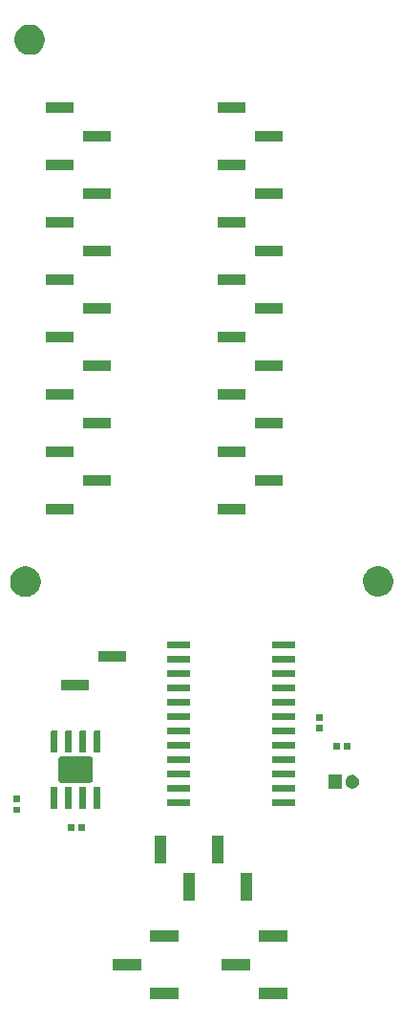
<source format=gbr>
G04 #@! TF.GenerationSoftware,KiCad,Pcbnew,(5.1.4-0-10_14)*
G04 #@! TF.CreationDate,2019-12-22T09:42:40+01:00*
G04 #@! TF.ProjectId,JETT_SELECT_Panel,4a455454-5f53-4454-9c45-43545f50616e,-*
G04 #@! TF.SameCoordinates,Original*
G04 #@! TF.FileFunction,Soldermask,Bot*
G04 #@! TF.FilePolarity,Negative*
%FSLAX46Y46*%
G04 Gerber Fmt 4.6, Leading zero omitted, Abs format (unit mm)*
G04 Created by KiCad (PCBNEW (5.1.4-0-10_14)) date 2019-12-22 09:42:40*
%MOMM*%
%LPD*%
G04 APERTURE LIST*
%ADD10C,0.100000*%
G04 APERTURE END LIST*
D10*
G36*
X110078950Y-143914750D02*
G01*
X107568950Y-143914750D01*
X107568950Y-142914750D01*
X110078950Y-142914750D01*
X110078950Y-143914750D01*
X110078950Y-143914750D01*
G37*
G36*
X100426950Y-143889350D02*
G01*
X97916950Y-143889350D01*
X97916950Y-142889350D01*
X100426950Y-142889350D01*
X100426950Y-143889350D01*
X100426950Y-143889350D01*
G37*
G36*
X106768950Y-141374750D02*
G01*
X104258950Y-141374750D01*
X104258950Y-140374750D01*
X106768950Y-140374750D01*
X106768950Y-141374750D01*
X106768950Y-141374750D01*
G37*
G36*
X97116950Y-141349350D02*
G01*
X94606950Y-141349350D01*
X94606950Y-140349350D01*
X97116950Y-140349350D01*
X97116950Y-141349350D01*
X97116950Y-141349350D01*
G37*
G36*
X110078950Y-138834750D02*
G01*
X107568950Y-138834750D01*
X107568950Y-137834750D01*
X110078950Y-137834750D01*
X110078950Y-138834750D01*
X110078950Y-138834750D01*
G37*
G36*
X100426950Y-138809350D02*
G01*
X97916950Y-138809350D01*
X97916950Y-137809350D01*
X100426950Y-137809350D01*
X100426950Y-138809350D01*
X100426950Y-138809350D01*
G37*
G36*
X106957750Y-135224950D02*
G01*
X105957750Y-135224950D01*
X105957750Y-132714950D01*
X106957750Y-132714950D01*
X106957750Y-135224950D01*
X106957750Y-135224950D01*
G37*
G36*
X101877750Y-135224950D02*
G01*
X100877750Y-135224950D01*
X100877750Y-132714950D01*
X101877750Y-132714950D01*
X101877750Y-135224950D01*
X101877750Y-135224950D01*
G37*
G36*
X104417750Y-131914950D02*
G01*
X103417750Y-131914950D01*
X103417750Y-129404950D01*
X104417750Y-129404950D01*
X104417750Y-131914950D01*
X104417750Y-131914950D01*
G37*
G36*
X99337750Y-131914950D02*
G01*
X98337750Y-131914950D01*
X98337750Y-129404950D01*
X99337750Y-129404950D01*
X99337750Y-131914950D01*
X99337750Y-131914950D01*
G37*
G36*
X92107013Y-128390376D02*
G01*
X92122849Y-128395180D01*
X92137436Y-128402977D01*
X92150227Y-128413473D01*
X92160723Y-128426264D01*
X92168520Y-128440851D01*
X92173324Y-128456687D01*
X92175550Y-128479290D01*
X92175550Y-128937010D01*
X92173324Y-128959613D01*
X92168520Y-128975449D01*
X92160723Y-128990036D01*
X92150227Y-129002827D01*
X92137436Y-129013323D01*
X92122849Y-129021120D01*
X92107013Y-129025924D01*
X92084410Y-129028150D01*
X91676690Y-129028150D01*
X91654087Y-129025924D01*
X91638251Y-129021120D01*
X91623664Y-129013323D01*
X91610873Y-129002827D01*
X91600377Y-128990036D01*
X91592580Y-128975449D01*
X91587776Y-128959613D01*
X91585550Y-128937010D01*
X91585550Y-128479290D01*
X91587776Y-128456687D01*
X91592580Y-128440851D01*
X91600377Y-128426264D01*
X91610873Y-128413473D01*
X91623664Y-128402977D01*
X91638251Y-128395180D01*
X91654087Y-128390376D01*
X91676690Y-128388150D01*
X92084410Y-128388150D01*
X92107013Y-128390376D01*
X92107013Y-128390376D01*
G37*
G36*
X91137013Y-128390376D02*
G01*
X91152849Y-128395180D01*
X91167436Y-128402977D01*
X91180227Y-128413473D01*
X91190723Y-128426264D01*
X91198520Y-128440851D01*
X91203324Y-128456687D01*
X91205550Y-128479290D01*
X91205550Y-128937010D01*
X91203324Y-128959613D01*
X91198520Y-128975449D01*
X91190723Y-128990036D01*
X91180227Y-129002827D01*
X91167436Y-129013323D01*
X91152849Y-129021120D01*
X91137013Y-129025924D01*
X91114410Y-129028150D01*
X90706690Y-129028150D01*
X90684087Y-129025924D01*
X90668251Y-129021120D01*
X90653664Y-129013323D01*
X90640873Y-129002827D01*
X90630377Y-128990036D01*
X90622580Y-128975449D01*
X90617776Y-128959613D01*
X90615550Y-128937010D01*
X90615550Y-128479290D01*
X90617776Y-128456687D01*
X90622580Y-128440851D01*
X90630377Y-128426264D01*
X90640873Y-128413473D01*
X90653664Y-128402977D01*
X90668251Y-128395180D01*
X90684087Y-128390376D01*
X90706690Y-128388150D01*
X91114410Y-128388150D01*
X91137013Y-128390376D01*
X91137013Y-128390376D01*
G37*
G36*
X86338413Y-126868376D02*
G01*
X86354249Y-126873180D01*
X86368836Y-126880977D01*
X86381627Y-126891473D01*
X86392123Y-126904264D01*
X86399920Y-126918851D01*
X86404724Y-126934687D01*
X86406950Y-126957290D01*
X86406950Y-127365010D01*
X86404724Y-127387613D01*
X86399920Y-127403449D01*
X86392123Y-127418036D01*
X86381627Y-127430827D01*
X86368836Y-127441323D01*
X86354249Y-127449120D01*
X86338413Y-127453924D01*
X86315810Y-127456150D01*
X85858090Y-127456150D01*
X85835487Y-127453924D01*
X85819651Y-127449120D01*
X85805064Y-127441323D01*
X85792273Y-127430827D01*
X85781777Y-127418036D01*
X85773980Y-127403449D01*
X85769176Y-127387613D01*
X85766950Y-127365010D01*
X85766950Y-126957290D01*
X85769176Y-126934687D01*
X85773980Y-126918851D01*
X85781777Y-126904264D01*
X85792273Y-126891473D01*
X85805064Y-126880977D01*
X85819651Y-126873180D01*
X85835487Y-126868376D01*
X85858090Y-126866150D01*
X86315810Y-126866150D01*
X86338413Y-126868376D01*
X86338413Y-126868376D01*
G37*
G36*
X93453803Y-125105024D02*
G01*
X93470103Y-125109969D01*
X93485125Y-125117999D01*
X93498294Y-125128806D01*
X93509101Y-125141975D01*
X93517131Y-125156997D01*
X93522076Y-125173297D01*
X93524350Y-125196390D01*
X93524350Y-126959110D01*
X93522076Y-126982203D01*
X93517131Y-126998503D01*
X93509101Y-127013525D01*
X93498294Y-127026694D01*
X93485125Y-127037501D01*
X93470103Y-127045531D01*
X93453803Y-127050476D01*
X93430710Y-127052750D01*
X93017990Y-127052750D01*
X92994897Y-127050476D01*
X92978597Y-127045531D01*
X92963575Y-127037501D01*
X92950406Y-127026694D01*
X92939599Y-127013525D01*
X92931569Y-126998503D01*
X92926624Y-126982203D01*
X92924350Y-126959110D01*
X92924350Y-125196390D01*
X92926624Y-125173297D01*
X92931569Y-125156997D01*
X92939599Y-125141975D01*
X92950406Y-125128806D01*
X92963575Y-125117999D01*
X92978597Y-125109969D01*
X92994897Y-125105024D01*
X93017990Y-125102750D01*
X93430710Y-125102750D01*
X93453803Y-125105024D01*
X93453803Y-125105024D01*
G37*
G36*
X89643803Y-125105024D02*
G01*
X89660103Y-125109969D01*
X89675125Y-125117999D01*
X89688294Y-125128806D01*
X89699101Y-125141975D01*
X89707131Y-125156997D01*
X89712076Y-125173297D01*
X89714350Y-125196390D01*
X89714350Y-126959110D01*
X89712076Y-126982203D01*
X89707131Y-126998503D01*
X89699101Y-127013525D01*
X89688294Y-127026694D01*
X89675125Y-127037501D01*
X89660103Y-127045531D01*
X89643803Y-127050476D01*
X89620710Y-127052750D01*
X89207990Y-127052750D01*
X89184897Y-127050476D01*
X89168597Y-127045531D01*
X89153575Y-127037501D01*
X89140406Y-127026694D01*
X89129599Y-127013525D01*
X89121569Y-126998503D01*
X89116624Y-126982203D01*
X89114350Y-126959110D01*
X89114350Y-125196390D01*
X89116624Y-125173297D01*
X89121569Y-125156997D01*
X89129599Y-125141975D01*
X89140406Y-125128806D01*
X89153575Y-125117999D01*
X89168597Y-125109969D01*
X89184897Y-125105024D01*
X89207990Y-125102750D01*
X89620710Y-125102750D01*
X89643803Y-125105024D01*
X89643803Y-125105024D01*
G37*
G36*
X92183803Y-125105024D02*
G01*
X92200103Y-125109969D01*
X92215125Y-125117999D01*
X92228294Y-125128806D01*
X92239101Y-125141975D01*
X92247131Y-125156997D01*
X92252076Y-125173297D01*
X92254350Y-125196390D01*
X92254350Y-126959110D01*
X92252076Y-126982203D01*
X92247131Y-126998503D01*
X92239101Y-127013525D01*
X92228294Y-127026694D01*
X92215125Y-127037501D01*
X92200103Y-127045531D01*
X92183803Y-127050476D01*
X92160710Y-127052750D01*
X91747990Y-127052750D01*
X91724897Y-127050476D01*
X91708597Y-127045531D01*
X91693575Y-127037501D01*
X91680406Y-127026694D01*
X91669599Y-127013525D01*
X91661569Y-126998503D01*
X91656624Y-126982203D01*
X91654350Y-126959110D01*
X91654350Y-125196390D01*
X91656624Y-125173297D01*
X91661569Y-125156997D01*
X91669599Y-125141975D01*
X91680406Y-125128806D01*
X91693575Y-125117999D01*
X91708597Y-125109969D01*
X91724897Y-125105024D01*
X91747990Y-125102750D01*
X92160710Y-125102750D01*
X92183803Y-125105024D01*
X92183803Y-125105024D01*
G37*
G36*
X90913803Y-125105024D02*
G01*
X90930103Y-125109969D01*
X90945125Y-125117999D01*
X90958294Y-125128806D01*
X90969101Y-125141975D01*
X90977131Y-125156997D01*
X90982076Y-125173297D01*
X90984350Y-125196390D01*
X90984350Y-126959110D01*
X90982076Y-126982203D01*
X90977131Y-126998503D01*
X90969101Y-127013525D01*
X90958294Y-127026694D01*
X90945125Y-127037501D01*
X90930103Y-127045531D01*
X90913803Y-127050476D01*
X90890710Y-127052750D01*
X90477990Y-127052750D01*
X90454897Y-127050476D01*
X90438597Y-127045531D01*
X90423575Y-127037501D01*
X90410406Y-127026694D01*
X90399599Y-127013525D01*
X90391569Y-126998503D01*
X90386624Y-126982203D01*
X90384350Y-126959110D01*
X90384350Y-125196390D01*
X90386624Y-125173297D01*
X90391569Y-125156997D01*
X90399599Y-125141975D01*
X90410406Y-125128806D01*
X90423575Y-125117999D01*
X90438597Y-125109969D01*
X90454897Y-125105024D01*
X90477990Y-125102750D01*
X90890710Y-125102750D01*
X90913803Y-125105024D01*
X90913803Y-125105024D01*
G37*
G36*
X110741403Y-126226024D02*
G01*
X110757703Y-126230969D01*
X110772725Y-126238999D01*
X110785894Y-126249806D01*
X110796701Y-126262975D01*
X110804731Y-126277997D01*
X110809676Y-126294297D01*
X110811950Y-126317390D01*
X110811950Y-126730110D01*
X110809676Y-126753203D01*
X110804731Y-126769503D01*
X110796701Y-126784525D01*
X110785894Y-126797694D01*
X110772725Y-126808501D01*
X110757703Y-126816531D01*
X110741403Y-126821476D01*
X110718310Y-126823750D01*
X108855590Y-126823750D01*
X108832497Y-126821476D01*
X108816197Y-126816531D01*
X108801175Y-126808501D01*
X108788006Y-126797694D01*
X108777199Y-126784525D01*
X108769169Y-126769503D01*
X108764224Y-126753203D01*
X108761950Y-126730110D01*
X108761950Y-126317390D01*
X108764224Y-126294297D01*
X108769169Y-126277997D01*
X108777199Y-126262975D01*
X108788006Y-126249806D01*
X108801175Y-126238999D01*
X108816197Y-126230969D01*
X108832497Y-126226024D01*
X108855590Y-126223750D01*
X110718310Y-126223750D01*
X110741403Y-126226024D01*
X110741403Y-126226024D01*
G37*
G36*
X101441403Y-126226024D02*
G01*
X101457703Y-126230969D01*
X101472725Y-126238999D01*
X101485894Y-126249806D01*
X101496701Y-126262975D01*
X101504731Y-126277997D01*
X101509676Y-126294297D01*
X101511950Y-126317390D01*
X101511950Y-126730110D01*
X101509676Y-126753203D01*
X101504731Y-126769503D01*
X101496701Y-126784525D01*
X101485894Y-126797694D01*
X101472725Y-126808501D01*
X101457703Y-126816531D01*
X101441403Y-126821476D01*
X101418310Y-126823750D01*
X99555590Y-126823750D01*
X99532497Y-126821476D01*
X99516197Y-126816531D01*
X99501175Y-126808501D01*
X99488006Y-126797694D01*
X99477199Y-126784525D01*
X99469169Y-126769503D01*
X99464224Y-126753203D01*
X99461950Y-126730110D01*
X99461950Y-126317390D01*
X99464224Y-126294297D01*
X99469169Y-126277997D01*
X99477199Y-126262975D01*
X99488006Y-126249806D01*
X99501175Y-126238999D01*
X99516197Y-126230969D01*
X99532497Y-126226024D01*
X99555590Y-126223750D01*
X101418310Y-126223750D01*
X101441403Y-126226024D01*
X101441403Y-126226024D01*
G37*
G36*
X86338413Y-125898376D02*
G01*
X86354249Y-125903180D01*
X86368836Y-125910977D01*
X86381627Y-125921473D01*
X86392123Y-125934264D01*
X86399920Y-125948851D01*
X86404724Y-125964687D01*
X86406950Y-125987290D01*
X86406950Y-126395010D01*
X86404724Y-126417613D01*
X86399920Y-126433449D01*
X86392123Y-126448036D01*
X86381627Y-126460827D01*
X86368836Y-126471323D01*
X86354249Y-126479120D01*
X86338413Y-126483924D01*
X86315810Y-126486150D01*
X85858090Y-126486150D01*
X85835487Y-126483924D01*
X85819651Y-126479120D01*
X85805064Y-126471323D01*
X85792273Y-126460827D01*
X85781777Y-126448036D01*
X85773980Y-126433449D01*
X85769176Y-126417613D01*
X85766950Y-126395010D01*
X85766950Y-125987290D01*
X85769176Y-125964687D01*
X85773980Y-125948851D01*
X85781777Y-125934264D01*
X85792273Y-125921473D01*
X85805064Y-125910977D01*
X85819651Y-125903180D01*
X85835487Y-125898376D01*
X85858090Y-125896150D01*
X86315810Y-125896150D01*
X86338413Y-125898376D01*
X86338413Y-125898376D01*
G37*
G36*
X110741403Y-124956024D02*
G01*
X110757703Y-124960969D01*
X110772725Y-124968999D01*
X110785894Y-124979806D01*
X110796701Y-124992975D01*
X110804731Y-125007997D01*
X110809676Y-125024297D01*
X110811950Y-125047390D01*
X110811950Y-125460110D01*
X110809676Y-125483203D01*
X110804731Y-125499503D01*
X110796701Y-125514525D01*
X110785894Y-125527694D01*
X110772725Y-125538501D01*
X110757703Y-125546531D01*
X110741403Y-125551476D01*
X110718310Y-125553750D01*
X108855590Y-125553750D01*
X108832497Y-125551476D01*
X108816197Y-125546531D01*
X108801175Y-125538501D01*
X108788006Y-125527694D01*
X108777199Y-125514525D01*
X108769169Y-125499503D01*
X108764224Y-125483203D01*
X108761950Y-125460110D01*
X108761950Y-125047390D01*
X108764224Y-125024297D01*
X108769169Y-125007997D01*
X108777199Y-124992975D01*
X108788006Y-124979806D01*
X108801175Y-124968999D01*
X108816197Y-124960969D01*
X108832497Y-124956024D01*
X108855590Y-124953750D01*
X110718310Y-124953750D01*
X110741403Y-124956024D01*
X110741403Y-124956024D01*
G37*
G36*
X101441403Y-124956024D02*
G01*
X101457703Y-124960969D01*
X101472725Y-124968999D01*
X101485894Y-124979806D01*
X101496701Y-124992975D01*
X101504731Y-125007997D01*
X101509676Y-125024297D01*
X101511950Y-125047390D01*
X101511950Y-125460110D01*
X101509676Y-125483203D01*
X101504731Y-125499503D01*
X101496701Y-125514525D01*
X101485894Y-125527694D01*
X101472725Y-125538501D01*
X101457703Y-125546531D01*
X101441403Y-125551476D01*
X101418310Y-125553750D01*
X99555590Y-125553750D01*
X99532497Y-125551476D01*
X99516197Y-125546531D01*
X99501175Y-125538501D01*
X99488006Y-125527694D01*
X99477199Y-125514525D01*
X99469169Y-125499503D01*
X99464224Y-125483203D01*
X99461950Y-125460110D01*
X99461950Y-125047390D01*
X99464224Y-125024297D01*
X99469169Y-125007997D01*
X99477199Y-124992975D01*
X99488006Y-124979806D01*
X99501175Y-124968999D01*
X99516197Y-124960969D01*
X99532497Y-124956024D01*
X99555590Y-124953750D01*
X101418310Y-124953750D01*
X101441403Y-124956024D01*
X101441403Y-124956024D01*
G37*
G36*
X116032163Y-124092607D02*
G01*
X116141356Y-124137836D01*
X116239627Y-124203499D01*
X116323201Y-124287073D01*
X116388864Y-124385344D01*
X116434093Y-124494537D01*
X116457150Y-124610454D01*
X116457150Y-124728646D01*
X116434093Y-124844563D01*
X116388864Y-124953756D01*
X116323201Y-125052027D01*
X116239627Y-125135601D01*
X116141356Y-125201264D01*
X116032163Y-125246493D01*
X115916246Y-125269550D01*
X115798054Y-125269550D01*
X115682137Y-125246493D01*
X115572944Y-125201264D01*
X115474673Y-125135601D01*
X115391099Y-125052027D01*
X115325436Y-124953756D01*
X115280207Y-124844563D01*
X115257150Y-124728646D01*
X115257150Y-124610454D01*
X115280207Y-124494537D01*
X115325436Y-124385344D01*
X115391099Y-124287073D01*
X115474673Y-124203499D01*
X115572944Y-124137836D01*
X115682137Y-124092607D01*
X115798054Y-124069550D01*
X115916246Y-124069550D01*
X116032163Y-124092607D01*
X116032163Y-124092607D01*
G37*
G36*
X114957150Y-125269550D02*
G01*
X113757150Y-125269550D01*
X113757150Y-124069550D01*
X114957150Y-124069550D01*
X114957150Y-125269550D01*
X114957150Y-125269550D01*
G37*
G36*
X92696652Y-122461269D02*
G01*
X92725104Y-122469901D01*
X92751329Y-122483918D01*
X92774316Y-122502784D01*
X92793182Y-122525771D01*
X92807199Y-122551996D01*
X92815831Y-122580448D01*
X92819350Y-122616182D01*
X92819350Y-124589318D01*
X92815831Y-124625052D01*
X92807199Y-124653504D01*
X92793182Y-124679729D01*
X92774316Y-124702716D01*
X92751329Y-124721582D01*
X92725104Y-124735599D01*
X92696652Y-124744231D01*
X92660918Y-124747750D01*
X89977782Y-124747750D01*
X89942048Y-124744231D01*
X89913596Y-124735599D01*
X89887371Y-124721582D01*
X89864384Y-124702716D01*
X89845518Y-124679729D01*
X89831501Y-124653504D01*
X89822869Y-124625052D01*
X89819350Y-124589318D01*
X89819350Y-122616182D01*
X89822869Y-122580448D01*
X89831501Y-122551996D01*
X89845518Y-122525771D01*
X89864384Y-122502784D01*
X89887371Y-122483918D01*
X89913596Y-122469901D01*
X89942048Y-122461269D01*
X89977782Y-122457750D01*
X92660918Y-122457750D01*
X92696652Y-122461269D01*
X92696652Y-122461269D01*
G37*
G36*
X101441403Y-123686024D02*
G01*
X101457703Y-123690969D01*
X101472725Y-123698999D01*
X101485894Y-123709806D01*
X101496701Y-123722975D01*
X101504731Y-123737997D01*
X101509676Y-123754297D01*
X101511950Y-123777390D01*
X101511950Y-124190110D01*
X101509676Y-124213203D01*
X101504731Y-124229503D01*
X101496701Y-124244525D01*
X101485894Y-124257694D01*
X101472725Y-124268501D01*
X101457703Y-124276531D01*
X101441403Y-124281476D01*
X101418310Y-124283750D01*
X99555590Y-124283750D01*
X99532497Y-124281476D01*
X99516197Y-124276531D01*
X99501175Y-124268501D01*
X99488006Y-124257694D01*
X99477199Y-124244525D01*
X99469169Y-124229503D01*
X99464224Y-124213203D01*
X99461950Y-124190110D01*
X99461950Y-123777390D01*
X99464224Y-123754297D01*
X99469169Y-123737997D01*
X99477199Y-123722975D01*
X99488006Y-123709806D01*
X99501175Y-123698999D01*
X99516197Y-123690969D01*
X99532497Y-123686024D01*
X99555590Y-123683750D01*
X101418310Y-123683750D01*
X101441403Y-123686024D01*
X101441403Y-123686024D01*
G37*
G36*
X110741403Y-123686024D02*
G01*
X110757703Y-123690969D01*
X110772725Y-123698999D01*
X110785894Y-123709806D01*
X110796701Y-123722975D01*
X110804731Y-123737997D01*
X110809676Y-123754297D01*
X110811950Y-123777390D01*
X110811950Y-124190110D01*
X110809676Y-124213203D01*
X110804731Y-124229503D01*
X110796701Y-124244525D01*
X110785894Y-124257694D01*
X110772725Y-124268501D01*
X110757703Y-124276531D01*
X110741403Y-124281476D01*
X110718310Y-124283750D01*
X108855590Y-124283750D01*
X108832497Y-124281476D01*
X108816197Y-124276531D01*
X108801175Y-124268501D01*
X108788006Y-124257694D01*
X108777199Y-124244525D01*
X108769169Y-124229503D01*
X108764224Y-124213203D01*
X108761950Y-124190110D01*
X108761950Y-123777390D01*
X108764224Y-123754297D01*
X108769169Y-123737997D01*
X108777199Y-123722975D01*
X108788006Y-123709806D01*
X108801175Y-123698999D01*
X108816197Y-123690969D01*
X108832497Y-123686024D01*
X108855590Y-123683750D01*
X110718310Y-123683750D01*
X110741403Y-123686024D01*
X110741403Y-123686024D01*
G37*
G36*
X101441403Y-122416024D02*
G01*
X101457703Y-122420969D01*
X101472725Y-122428999D01*
X101485894Y-122439806D01*
X101496701Y-122452975D01*
X101504731Y-122467997D01*
X101509676Y-122484297D01*
X101511950Y-122507390D01*
X101511950Y-122920110D01*
X101509676Y-122943203D01*
X101504731Y-122959503D01*
X101496701Y-122974525D01*
X101485894Y-122987694D01*
X101472725Y-122998501D01*
X101457703Y-123006531D01*
X101441403Y-123011476D01*
X101418310Y-123013750D01*
X99555590Y-123013750D01*
X99532497Y-123011476D01*
X99516197Y-123006531D01*
X99501175Y-122998501D01*
X99488006Y-122987694D01*
X99477199Y-122974525D01*
X99469169Y-122959503D01*
X99464224Y-122943203D01*
X99461950Y-122920110D01*
X99461950Y-122507390D01*
X99464224Y-122484297D01*
X99469169Y-122467997D01*
X99477199Y-122452975D01*
X99488006Y-122439806D01*
X99501175Y-122428999D01*
X99516197Y-122420969D01*
X99532497Y-122416024D01*
X99555590Y-122413750D01*
X101418310Y-122413750D01*
X101441403Y-122416024D01*
X101441403Y-122416024D01*
G37*
G36*
X110741403Y-122416024D02*
G01*
X110757703Y-122420969D01*
X110772725Y-122428999D01*
X110785894Y-122439806D01*
X110796701Y-122452975D01*
X110804731Y-122467997D01*
X110809676Y-122484297D01*
X110811950Y-122507390D01*
X110811950Y-122920110D01*
X110809676Y-122943203D01*
X110804731Y-122959503D01*
X110796701Y-122974525D01*
X110785894Y-122987694D01*
X110772725Y-122998501D01*
X110757703Y-123006531D01*
X110741403Y-123011476D01*
X110718310Y-123013750D01*
X108855590Y-123013750D01*
X108832497Y-123011476D01*
X108816197Y-123006531D01*
X108801175Y-122998501D01*
X108788006Y-122987694D01*
X108777199Y-122974525D01*
X108769169Y-122959503D01*
X108764224Y-122943203D01*
X108761950Y-122920110D01*
X108761950Y-122507390D01*
X108764224Y-122484297D01*
X108769169Y-122467997D01*
X108777199Y-122452975D01*
X108788006Y-122439806D01*
X108801175Y-122428999D01*
X108816197Y-122420969D01*
X108832497Y-122416024D01*
X108855590Y-122413750D01*
X110718310Y-122413750D01*
X110741403Y-122416024D01*
X110741403Y-122416024D01*
G37*
G36*
X89643803Y-120155024D02*
G01*
X89660103Y-120159969D01*
X89675125Y-120167999D01*
X89688294Y-120178806D01*
X89699101Y-120191975D01*
X89707131Y-120206997D01*
X89712076Y-120223297D01*
X89714350Y-120246390D01*
X89714350Y-122009110D01*
X89712076Y-122032203D01*
X89707131Y-122048503D01*
X89699101Y-122063525D01*
X89688294Y-122076694D01*
X89675125Y-122087501D01*
X89660103Y-122095531D01*
X89643803Y-122100476D01*
X89620710Y-122102750D01*
X89207990Y-122102750D01*
X89184897Y-122100476D01*
X89168597Y-122095531D01*
X89153575Y-122087501D01*
X89140406Y-122076694D01*
X89129599Y-122063525D01*
X89121569Y-122048503D01*
X89116624Y-122032203D01*
X89114350Y-122009110D01*
X89114350Y-120246390D01*
X89116624Y-120223297D01*
X89121569Y-120206997D01*
X89129599Y-120191975D01*
X89140406Y-120178806D01*
X89153575Y-120167999D01*
X89168597Y-120159969D01*
X89184897Y-120155024D01*
X89207990Y-120152750D01*
X89620710Y-120152750D01*
X89643803Y-120155024D01*
X89643803Y-120155024D01*
G37*
G36*
X90913803Y-120155024D02*
G01*
X90930103Y-120159969D01*
X90945125Y-120167999D01*
X90958294Y-120178806D01*
X90969101Y-120191975D01*
X90977131Y-120206997D01*
X90982076Y-120223297D01*
X90984350Y-120246390D01*
X90984350Y-122009110D01*
X90982076Y-122032203D01*
X90977131Y-122048503D01*
X90969101Y-122063525D01*
X90958294Y-122076694D01*
X90945125Y-122087501D01*
X90930103Y-122095531D01*
X90913803Y-122100476D01*
X90890710Y-122102750D01*
X90477990Y-122102750D01*
X90454897Y-122100476D01*
X90438597Y-122095531D01*
X90423575Y-122087501D01*
X90410406Y-122076694D01*
X90399599Y-122063525D01*
X90391569Y-122048503D01*
X90386624Y-122032203D01*
X90384350Y-122009110D01*
X90384350Y-120246390D01*
X90386624Y-120223297D01*
X90391569Y-120206997D01*
X90399599Y-120191975D01*
X90410406Y-120178806D01*
X90423575Y-120167999D01*
X90438597Y-120159969D01*
X90454897Y-120155024D01*
X90477990Y-120152750D01*
X90890710Y-120152750D01*
X90913803Y-120155024D01*
X90913803Y-120155024D01*
G37*
G36*
X92183803Y-120155024D02*
G01*
X92200103Y-120159969D01*
X92215125Y-120167999D01*
X92228294Y-120178806D01*
X92239101Y-120191975D01*
X92247131Y-120206997D01*
X92252076Y-120223297D01*
X92254350Y-120246390D01*
X92254350Y-122009110D01*
X92252076Y-122032203D01*
X92247131Y-122048503D01*
X92239101Y-122063525D01*
X92228294Y-122076694D01*
X92215125Y-122087501D01*
X92200103Y-122095531D01*
X92183803Y-122100476D01*
X92160710Y-122102750D01*
X91747990Y-122102750D01*
X91724897Y-122100476D01*
X91708597Y-122095531D01*
X91693575Y-122087501D01*
X91680406Y-122076694D01*
X91669599Y-122063525D01*
X91661569Y-122048503D01*
X91656624Y-122032203D01*
X91654350Y-122009110D01*
X91654350Y-120246390D01*
X91656624Y-120223297D01*
X91661569Y-120206997D01*
X91669599Y-120191975D01*
X91680406Y-120178806D01*
X91693575Y-120167999D01*
X91708597Y-120159969D01*
X91724897Y-120155024D01*
X91747990Y-120152750D01*
X92160710Y-120152750D01*
X92183803Y-120155024D01*
X92183803Y-120155024D01*
G37*
G36*
X93453803Y-120155024D02*
G01*
X93470103Y-120159969D01*
X93485125Y-120167999D01*
X93498294Y-120178806D01*
X93509101Y-120191975D01*
X93517131Y-120206997D01*
X93522076Y-120223297D01*
X93524350Y-120246390D01*
X93524350Y-122009110D01*
X93522076Y-122032203D01*
X93517131Y-122048503D01*
X93509101Y-122063525D01*
X93498294Y-122076694D01*
X93485125Y-122087501D01*
X93470103Y-122095531D01*
X93453803Y-122100476D01*
X93430710Y-122102750D01*
X93017990Y-122102750D01*
X92994897Y-122100476D01*
X92978597Y-122095531D01*
X92963575Y-122087501D01*
X92950406Y-122076694D01*
X92939599Y-122063525D01*
X92931569Y-122048503D01*
X92926624Y-122032203D01*
X92924350Y-122009110D01*
X92924350Y-120246390D01*
X92926624Y-120223297D01*
X92931569Y-120206997D01*
X92939599Y-120191975D01*
X92950406Y-120178806D01*
X92963575Y-120167999D01*
X92978597Y-120159969D01*
X92994897Y-120155024D01*
X93017990Y-120152750D01*
X93430710Y-120152750D01*
X93453803Y-120155024D01*
X93453803Y-120155024D01*
G37*
G36*
X115627413Y-121202176D02*
G01*
X115643249Y-121206980D01*
X115657836Y-121214777D01*
X115670627Y-121225273D01*
X115681123Y-121238064D01*
X115688920Y-121252651D01*
X115693724Y-121268487D01*
X115695950Y-121291090D01*
X115695950Y-121748810D01*
X115693724Y-121771413D01*
X115688920Y-121787249D01*
X115681123Y-121801836D01*
X115670627Y-121814627D01*
X115657836Y-121825123D01*
X115643249Y-121832920D01*
X115627413Y-121837724D01*
X115604810Y-121839950D01*
X115197090Y-121839950D01*
X115174487Y-121837724D01*
X115158651Y-121832920D01*
X115144064Y-121825123D01*
X115131273Y-121814627D01*
X115120777Y-121801836D01*
X115112980Y-121787249D01*
X115108176Y-121771413D01*
X115105950Y-121748810D01*
X115105950Y-121291090D01*
X115108176Y-121268487D01*
X115112980Y-121252651D01*
X115120777Y-121238064D01*
X115131273Y-121225273D01*
X115144064Y-121214777D01*
X115158651Y-121206980D01*
X115174487Y-121202176D01*
X115197090Y-121199950D01*
X115604810Y-121199950D01*
X115627413Y-121202176D01*
X115627413Y-121202176D01*
G37*
G36*
X114657413Y-121202176D02*
G01*
X114673249Y-121206980D01*
X114687836Y-121214777D01*
X114700627Y-121225273D01*
X114711123Y-121238064D01*
X114718920Y-121252651D01*
X114723724Y-121268487D01*
X114725950Y-121291090D01*
X114725950Y-121748810D01*
X114723724Y-121771413D01*
X114718920Y-121787249D01*
X114711123Y-121801836D01*
X114700627Y-121814627D01*
X114687836Y-121825123D01*
X114673249Y-121832920D01*
X114657413Y-121837724D01*
X114634810Y-121839950D01*
X114227090Y-121839950D01*
X114204487Y-121837724D01*
X114188651Y-121832920D01*
X114174064Y-121825123D01*
X114161273Y-121814627D01*
X114150777Y-121801836D01*
X114142980Y-121787249D01*
X114138176Y-121771413D01*
X114135950Y-121748810D01*
X114135950Y-121291090D01*
X114138176Y-121268487D01*
X114142980Y-121252651D01*
X114150777Y-121238064D01*
X114161273Y-121225273D01*
X114174064Y-121214777D01*
X114188651Y-121206980D01*
X114204487Y-121202176D01*
X114227090Y-121199950D01*
X114634810Y-121199950D01*
X114657413Y-121202176D01*
X114657413Y-121202176D01*
G37*
G36*
X101441403Y-121146024D02*
G01*
X101457703Y-121150969D01*
X101472725Y-121158999D01*
X101485894Y-121169806D01*
X101496701Y-121182975D01*
X101504731Y-121197997D01*
X101509676Y-121214297D01*
X101511950Y-121237390D01*
X101511950Y-121650110D01*
X101509676Y-121673203D01*
X101504731Y-121689503D01*
X101496701Y-121704525D01*
X101485894Y-121717694D01*
X101472725Y-121728501D01*
X101457703Y-121736531D01*
X101441403Y-121741476D01*
X101418310Y-121743750D01*
X99555590Y-121743750D01*
X99532497Y-121741476D01*
X99516197Y-121736531D01*
X99501175Y-121728501D01*
X99488006Y-121717694D01*
X99477199Y-121704525D01*
X99469169Y-121689503D01*
X99464224Y-121673203D01*
X99461950Y-121650110D01*
X99461950Y-121237390D01*
X99464224Y-121214297D01*
X99469169Y-121197997D01*
X99477199Y-121182975D01*
X99488006Y-121169806D01*
X99501175Y-121158999D01*
X99516197Y-121150969D01*
X99532497Y-121146024D01*
X99555590Y-121143750D01*
X101418310Y-121143750D01*
X101441403Y-121146024D01*
X101441403Y-121146024D01*
G37*
G36*
X110741403Y-121146024D02*
G01*
X110757703Y-121150969D01*
X110772725Y-121158999D01*
X110785894Y-121169806D01*
X110796701Y-121182975D01*
X110804731Y-121197997D01*
X110809676Y-121214297D01*
X110811950Y-121237390D01*
X110811950Y-121650110D01*
X110809676Y-121673203D01*
X110804731Y-121689503D01*
X110796701Y-121704525D01*
X110785894Y-121717694D01*
X110772725Y-121728501D01*
X110757703Y-121736531D01*
X110741403Y-121741476D01*
X110718310Y-121743750D01*
X108855590Y-121743750D01*
X108832497Y-121741476D01*
X108816197Y-121736531D01*
X108801175Y-121728501D01*
X108788006Y-121717694D01*
X108777199Y-121704525D01*
X108769169Y-121689503D01*
X108764224Y-121673203D01*
X108761950Y-121650110D01*
X108761950Y-121237390D01*
X108764224Y-121214297D01*
X108769169Y-121197997D01*
X108777199Y-121182975D01*
X108788006Y-121169806D01*
X108801175Y-121158999D01*
X108816197Y-121150969D01*
X108832497Y-121146024D01*
X108855590Y-121143750D01*
X110718310Y-121143750D01*
X110741403Y-121146024D01*
X110741403Y-121146024D01*
G37*
G36*
X101441403Y-119876024D02*
G01*
X101457703Y-119880969D01*
X101472725Y-119888999D01*
X101485894Y-119899806D01*
X101496701Y-119912975D01*
X101504731Y-119927997D01*
X101509676Y-119944297D01*
X101511950Y-119967390D01*
X101511950Y-120380110D01*
X101509676Y-120403203D01*
X101504731Y-120419503D01*
X101496701Y-120434525D01*
X101485894Y-120447694D01*
X101472725Y-120458501D01*
X101457703Y-120466531D01*
X101441403Y-120471476D01*
X101418310Y-120473750D01*
X99555590Y-120473750D01*
X99532497Y-120471476D01*
X99516197Y-120466531D01*
X99501175Y-120458501D01*
X99488006Y-120447694D01*
X99477199Y-120434525D01*
X99469169Y-120419503D01*
X99464224Y-120403203D01*
X99461950Y-120380110D01*
X99461950Y-119967390D01*
X99464224Y-119944297D01*
X99469169Y-119927997D01*
X99477199Y-119912975D01*
X99488006Y-119899806D01*
X99501175Y-119888999D01*
X99516197Y-119880969D01*
X99532497Y-119876024D01*
X99555590Y-119873750D01*
X101418310Y-119873750D01*
X101441403Y-119876024D01*
X101441403Y-119876024D01*
G37*
G36*
X110741403Y-119876024D02*
G01*
X110757703Y-119880969D01*
X110772725Y-119888999D01*
X110785894Y-119899806D01*
X110796701Y-119912975D01*
X110804731Y-119927997D01*
X110809676Y-119944297D01*
X110811950Y-119967390D01*
X110811950Y-120380110D01*
X110809676Y-120403203D01*
X110804731Y-120419503D01*
X110796701Y-120434525D01*
X110785894Y-120447694D01*
X110772725Y-120458501D01*
X110757703Y-120466531D01*
X110741403Y-120471476D01*
X110718310Y-120473750D01*
X108855590Y-120473750D01*
X108832497Y-120471476D01*
X108816197Y-120466531D01*
X108801175Y-120458501D01*
X108788006Y-120447694D01*
X108777199Y-120434525D01*
X108769169Y-120419503D01*
X108764224Y-120403203D01*
X108761950Y-120380110D01*
X108761950Y-119967390D01*
X108764224Y-119944297D01*
X108769169Y-119927997D01*
X108777199Y-119912975D01*
X108788006Y-119899806D01*
X108801175Y-119888999D01*
X108816197Y-119880969D01*
X108832497Y-119876024D01*
X108855590Y-119873750D01*
X110718310Y-119873750D01*
X110741403Y-119876024D01*
X110741403Y-119876024D01*
G37*
G36*
X113186213Y-119629376D02*
G01*
X113202049Y-119634180D01*
X113216636Y-119641977D01*
X113229427Y-119652473D01*
X113239923Y-119665264D01*
X113247720Y-119679851D01*
X113252524Y-119695687D01*
X113254750Y-119718290D01*
X113254750Y-120126010D01*
X113252524Y-120148613D01*
X113247720Y-120164449D01*
X113239923Y-120179036D01*
X113229427Y-120191827D01*
X113216636Y-120202323D01*
X113202049Y-120210120D01*
X113186213Y-120214924D01*
X113163610Y-120217150D01*
X112705890Y-120217150D01*
X112683287Y-120214924D01*
X112667451Y-120210120D01*
X112652864Y-120202323D01*
X112640073Y-120191827D01*
X112629577Y-120179036D01*
X112621780Y-120164449D01*
X112616976Y-120148613D01*
X112614750Y-120126010D01*
X112614750Y-119718290D01*
X112616976Y-119695687D01*
X112621780Y-119679851D01*
X112629577Y-119665264D01*
X112640073Y-119652473D01*
X112652864Y-119641977D01*
X112667451Y-119634180D01*
X112683287Y-119629376D01*
X112705890Y-119627150D01*
X113163610Y-119627150D01*
X113186213Y-119629376D01*
X113186213Y-119629376D01*
G37*
G36*
X113186213Y-118659376D02*
G01*
X113202049Y-118664180D01*
X113216636Y-118671977D01*
X113229427Y-118682473D01*
X113239923Y-118695264D01*
X113247720Y-118709851D01*
X113252524Y-118725687D01*
X113254750Y-118748290D01*
X113254750Y-119156010D01*
X113252524Y-119178613D01*
X113247720Y-119194449D01*
X113239923Y-119209036D01*
X113229427Y-119221827D01*
X113216636Y-119232323D01*
X113202049Y-119240120D01*
X113186213Y-119244924D01*
X113163610Y-119247150D01*
X112705890Y-119247150D01*
X112683287Y-119244924D01*
X112667451Y-119240120D01*
X112652864Y-119232323D01*
X112640073Y-119221827D01*
X112629577Y-119209036D01*
X112621780Y-119194449D01*
X112616976Y-119178613D01*
X112614750Y-119156010D01*
X112614750Y-118748290D01*
X112616976Y-118725687D01*
X112621780Y-118709851D01*
X112629577Y-118695264D01*
X112640073Y-118682473D01*
X112652864Y-118671977D01*
X112667451Y-118664180D01*
X112683287Y-118659376D01*
X112705890Y-118657150D01*
X113163610Y-118657150D01*
X113186213Y-118659376D01*
X113186213Y-118659376D01*
G37*
G36*
X101441403Y-118606024D02*
G01*
X101457703Y-118610969D01*
X101472725Y-118618999D01*
X101485894Y-118629806D01*
X101496701Y-118642975D01*
X101504731Y-118657997D01*
X101509676Y-118674297D01*
X101511950Y-118697390D01*
X101511950Y-119110110D01*
X101509676Y-119133203D01*
X101504731Y-119149503D01*
X101496701Y-119164525D01*
X101485894Y-119177694D01*
X101472725Y-119188501D01*
X101457703Y-119196531D01*
X101441403Y-119201476D01*
X101418310Y-119203750D01*
X99555590Y-119203750D01*
X99532497Y-119201476D01*
X99516197Y-119196531D01*
X99501175Y-119188501D01*
X99488006Y-119177694D01*
X99477199Y-119164525D01*
X99469169Y-119149503D01*
X99464224Y-119133203D01*
X99461950Y-119110110D01*
X99461950Y-118697390D01*
X99464224Y-118674297D01*
X99469169Y-118657997D01*
X99477199Y-118642975D01*
X99488006Y-118629806D01*
X99501175Y-118618999D01*
X99516197Y-118610969D01*
X99532497Y-118606024D01*
X99555590Y-118603750D01*
X101418310Y-118603750D01*
X101441403Y-118606024D01*
X101441403Y-118606024D01*
G37*
G36*
X110741403Y-118606024D02*
G01*
X110757703Y-118610969D01*
X110772725Y-118618999D01*
X110785894Y-118629806D01*
X110796701Y-118642975D01*
X110804731Y-118657997D01*
X110809676Y-118674297D01*
X110811950Y-118697390D01*
X110811950Y-119110110D01*
X110809676Y-119133203D01*
X110804731Y-119149503D01*
X110796701Y-119164525D01*
X110785894Y-119177694D01*
X110772725Y-119188501D01*
X110757703Y-119196531D01*
X110741403Y-119201476D01*
X110718310Y-119203750D01*
X108855590Y-119203750D01*
X108832497Y-119201476D01*
X108816197Y-119196531D01*
X108801175Y-119188501D01*
X108788006Y-119177694D01*
X108777199Y-119164525D01*
X108769169Y-119149503D01*
X108764224Y-119133203D01*
X108761950Y-119110110D01*
X108761950Y-118697390D01*
X108764224Y-118674297D01*
X108769169Y-118657997D01*
X108777199Y-118642975D01*
X108788006Y-118629806D01*
X108801175Y-118618999D01*
X108816197Y-118610969D01*
X108832497Y-118606024D01*
X108855590Y-118603750D01*
X110718310Y-118603750D01*
X110741403Y-118606024D01*
X110741403Y-118606024D01*
G37*
G36*
X101441403Y-117336024D02*
G01*
X101457703Y-117340969D01*
X101472725Y-117348999D01*
X101485894Y-117359806D01*
X101496701Y-117372975D01*
X101504731Y-117387997D01*
X101509676Y-117404297D01*
X101511950Y-117427390D01*
X101511950Y-117840110D01*
X101509676Y-117863203D01*
X101504731Y-117879503D01*
X101496701Y-117894525D01*
X101485894Y-117907694D01*
X101472725Y-117918501D01*
X101457703Y-117926531D01*
X101441403Y-117931476D01*
X101418310Y-117933750D01*
X99555590Y-117933750D01*
X99532497Y-117931476D01*
X99516197Y-117926531D01*
X99501175Y-117918501D01*
X99488006Y-117907694D01*
X99477199Y-117894525D01*
X99469169Y-117879503D01*
X99464224Y-117863203D01*
X99461950Y-117840110D01*
X99461950Y-117427390D01*
X99464224Y-117404297D01*
X99469169Y-117387997D01*
X99477199Y-117372975D01*
X99488006Y-117359806D01*
X99501175Y-117348999D01*
X99516197Y-117340969D01*
X99532497Y-117336024D01*
X99555590Y-117333750D01*
X101418310Y-117333750D01*
X101441403Y-117336024D01*
X101441403Y-117336024D01*
G37*
G36*
X110741403Y-117336024D02*
G01*
X110757703Y-117340969D01*
X110772725Y-117348999D01*
X110785894Y-117359806D01*
X110796701Y-117372975D01*
X110804731Y-117387997D01*
X110809676Y-117404297D01*
X110811950Y-117427390D01*
X110811950Y-117840110D01*
X110809676Y-117863203D01*
X110804731Y-117879503D01*
X110796701Y-117894525D01*
X110785894Y-117907694D01*
X110772725Y-117918501D01*
X110757703Y-117926531D01*
X110741403Y-117931476D01*
X110718310Y-117933750D01*
X108855590Y-117933750D01*
X108832497Y-117931476D01*
X108816197Y-117926531D01*
X108801175Y-117918501D01*
X108788006Y-117907694D01*
X108777199Y-117894525D01*
X108769169Y-117879503D01*
X108764224Y-117863203D01*
X108761950Y-117840110D01*
X108761950Y-117427390D01*
X108764224Y-117404297D01*
X108769169Y-117387997D01*
X108777199Y-117372975D01*
X108788006Y-117359806D01*
X108801175Y-117348999D01*
X108816197Y-117340969D01*
X108832497Y-117336024D01*
X108855590Y-117333750D01*
X110718310Y-117333750D01*
X110741403Y-117336024D01*
X110741403Y-117336024D01*
G37*
G36*
X110741403Y-116066024D02*
G01*
X110757703Y-116070969D01*
X110772725Y-116078999D01*
X110785894Y-116089806D01*
X110796701Y-116102975D01*
X110804731Y-116117997D01*
X110809676Y-116134297D01*
X110811950Y-116157390D01*
X110811950Y-116570110D01*
X110809676Y-116593203D01*
X110804731Y-116609503D01*
X110796701Y-116624525D01*
X110785894Y-116637694D01*
X110772725Y-116648501D01*
X110757703Y-116656531D01*
X110741403Y-116661476D01*
X110718310Y-116663750D01*
X108855590Y-116663750D01*
X108832497Y-116661476D01*
X108816197Y-116656531D01*
X108801175Y-116648501D01*
X108788006Y-116637694D01*
X108777199Y-116624525D01*
X108769169Y-116609503D01*
X108764224Y-116593203D01*
X108761950Y-116570110D01*
X108761950Y-116157390D01*
X108764224Y-116134297D01*
X108769169Y-116117997D01*
X108777199Y-116102975D01*
X108788006Y-116089806D01*
X108801175Y-116078999D01*
X108816197Y-116070969D01*
X108832497Y-116066024D01*
X108855590Y-116063750D01*
X110718310Y-116063750D01*
X110741403Y-116066024D01*
X110741403Y-116066024D01*
G37*
G36*
X101441403Y-116066024D02*
G01*
X101457703Y-116070969D01*
X101472725Y-116078999D01*
X101485894Y-116089806D01*
X101496701Y-116102975D01*
X101504731Y-116117997D01*
X101509676Y-116134297D01*
X101511950Y-116157390D01*
X101511950Y-116570110D01*
X101509676Y-116593203D01*
X101504731Y-116609503D01*
X101496701Y-116624525D01*
X101485894Y-116637694D01*
X101472725Y-116648501D01*
X101457703Y-116656531D01*
X101441403Y-116661476D01*
X101418310Y-116663750D01*
X99555590Y-116663750D01*
X99532497Y-116661476D01*
X99516197Y-116656531D01*
X99501175Y-116648501D01*
X99488006Y-116637694D01*
X99477199Y-116624525D01*
X99469169Y-116609503D01*
X99464224Y-116593203D01*
X99461950Y-116570110D01*
X99461950Y-116157390D01*
X99464224Y-116134297D01*
X99469169Y-116117997D01*
X99477199Y-116102975D01*
X99488006Y-116089806D01*
X99501175Y-116078999D01*
X99516197Y-116070969D01*
X99532497Y-116066024D01*
X99555590Y-116063750D01*
X101418310Y-116063750D01*
X101441403Y-116066024D01*
X101441403Y-116066024D01*
G37*
G36*
X92519550Y-116609750D02*
G01*
X90009550Y-116609750D01*
X90009550Y-115609750D01*
X92519550Y-115609750D01*
X92519550Y-116609750D01*
X92519550Y-116609750D01*
G37*
G36*
X110741403Y-114796024D02*
G01*
X110757703Y-114800969D01*
X110772725Y-114808999D01*
X110785894Y-114819806D01*
X110796701Y-114832975D01*
X110804731Y-114847997D01*
X110809676Y-114864297D01*
X110811950Y-114887390D01*
X110811950Y-115300110D01*
X110809676Y-115323203D01*
X110804731Y-115339503D01*
X110796701Y-115354525D01*
X110785894Y-115367694D01*
X110772725Y-115378501D01*
X110757703Y-115386531D01*
X110741403Y-115391476D01*
X110718310Y-115393750D01*
X108855590Y-115393750D01*
X108832497Y-115391476D01*
X108816197Y-115386531D01*
X108801175Y-115378501D01*
X108788006Y-115367694D01*
X108777199Y-115354525D01*
X108769169Y-115339503D01*
X108764224Y-115323203D01*
X108761950Y-115300110D01*
X108761950Y-114887390D01*
X108764224Y-114864297D01*
X108769169Y-114847997D01*
X108777199Y-114832975D01*
X108788006Y-114819806D01*
X108801175Y-114808999D01*
X108816197Y-114800969D01*
X108832497Y-114796024D01*
X108855590Y-114793750D01*
X110718310Y-114793750D01*
X110741403Y-114796024D01*
X110741403Y-114796024D01*
G37*
G36*
X101441403Y-114796024D02*
G01*
X101457703Y-114800969D01*
X101472725Y-114808999D01*
X101485894Y-114819806D01*
X101496701Y-114832975D01*
X101504731Y-114847997D01*
X101509676Y-114864297D01*
X101511950Y-114887390D01*
X101511950Y-115300110D01*
X101509676Y-115323203D01*
X101504731Y-115339503D01*
X101496701Y-115354525D01*
X101485894Y-115367694D01*
X101472725Y-115378501D01*
X101457703Y-115386531D01*
X101441403Y-115391476D01*
X101418310Y-115393750D01*
X99555590Y-115393750D01*
X99532497Y-115391476D01*
X99516197Y-115386531D01*
X99501175Y-115378501D01*
X99488006Y-115367694D01*
X99477199Y-115354525D01*
X99469169Y-115339503D01*
X99464224Y-115323203D01*
X99461950Y-115300110D01*
X99461950Y-114887390D01*
X99464224Y-114864297D01*
X99469169Y-114847997D01*
X99477199Y-114832975D01*
X99488006Y-114819806D01*
X99501175Y-114808999D01*
X99516197Y-114800969D01*
X99532497Y-114796024D01*
X99555590Y-114793750D01*
X101418310Y-114793750D01*
X101441403Y-114796024D01*
X101441403Y-114796024D01*
G37*
G36*
X110741403Y-113526024D02*
G01*
X110757703Y-113530969D01*
X110772725Y-113538999D01*
X110785894Y-113549806D01*
X110796701Y-113562975D01*
X110804731Y-113577997D01*
X110809676Y-113594297D01*
X110811950Y-113617390D01*
X110811950Y-114030110D01*
X110809676Y-114053203D01*
X110804731Y-114069503D01*
X110796701Y-114084525D01*
X110785894Y-114097694D01*
X110772725Y-114108501D01*
X110757703Y-114116531D01*
X110741403Y-114121476D01*
X110718310Y-114123750D01*
X108855590Y-114123750D01*
X108832497Y-114121476D01*
X108816197Y-114116531D01*
X108801175Y-114108501D01*
X108788006Y-114097694D01*
X108777199Y-114084525D01*
X108769169Y-114069503D01*
X108764224Y-114053203D01*
X108761950Y-114030110D01*
X108761950Y-113617390D01*
X108764224Y-113594297D01*
X108769169Y-113577997D01*
X108777199Y-113562975D01*
X108788006Y-113549806D01*
X108801175Y-113538999D01*
X108816197Y-113530969D01*
X108832497Y-113526024D01*
X108855590Y-113523750D01*
X110718310Y-113523750D01*
X110741403Y-113526024D01*
X110741403Y-113526024D01*
G37*
G36*
X101441403Y-113526024D02*
G01*
X101457703Y-113530969D01*
X101472725Y-113538999D01*
X101485894Y-113549806D01*
X101496701Y-113562975D01*
X101504731Y-113577997D01*
X101509676Y-113594297D01*
X101511950Y-113617390D01*
X101511950Y-114030110D01*
X101509676Y-114053203D01*
X101504731Y-114069503D01*
X101496701Y-114084525D01*
X101485894Y-114097694D01*
X101472725Y-114108501D01*
X101457703Y-114116531D01*
X101441403Y-114121476D01*
X101418310Y-114123750D01*
X99555590Y-114123750D01*
X99532497Y-114121476D01*
X99516197Y-114116531D01*
X99501175Y-114108501D01*
X99488006Y-114097694D01*
X99477199Y-114084525D01*
X99469169Y-114069503D01*
X99464224Y-114053203D01*
X99461950Y-114030110D01*
X99461950Y-113617390D01*
X99464224Y-113594297D01*
X99469169Y-113577997D01*
X99477199Y-113562975D01*
X99488006Y-113549806D01*
X99501175Y-113538999D01*
X99516197Y-113530969D01*
X99532497Y-113526024D01*
X99555590Y-113523750D01*
X101418310Y-113523750D01*
X101441403Y-113526024D01*
X101441403Y-113526024D01*
G37*
G36*
X95829550Y-114069750D02*
G01*
X93319550Y-114069750D01*
X93319550Y-113069750D01*
X95829550Y-113069750D01*
X95829550Y-114069750D01*
X95829550Y-114069750D01*
G37*
G36*
X101441403Y-112256024D02*
G01*
X101457703Y-112260969D01*
X101472725Y-112268999D01*
X101485894Y-112279806D01*
X101496701Y-112292975D01*
X101504731Y-112307997D01*
X101509676Y-112324297D01*
X101511950Y-112347390D01*
X101511950Y-112760110D01*
X101509676Y-112783203D01*
X101504731Y-112799503D01*
X101496701Y-112814525D01*
X101485894Y-112827694D01*
X101472725Y-112838501D01*
X101457703Y-112846531D01*
X101441403Y-112851476D01*
X101418310Y-112853750D01*
X99555590Y-112853750D01*
X99532497Y-112851476D01*
X99516197Y-112846531D01*
X99501175Y-112838501D01*
X99488006Y-112827694D01*
X99477199Y-112814525D01*
X99469169Y-112799503D01*
X99464224Y-112783203D01*
X99461950Y-112760110D01*
X99461950Y-112347390D01*
X99464224Y-112324297D01*
X99469169Y-112307997D01*
X99477199Y-112292975D01*
X99488006Y-112279806D01*
X99501175Y-112268999D01*
X99516197Y-112260969D01*
X99532497Y-112256024D01*
X99555590Y-112253750D01*
X101418310Y-112253750D01*
X101441403Y-112256024D01*
X101441403Y-112256024D01*
G37*
G36*
X110741403Y-112256024D02*
G01*
X110757703Y-112260969D01*
X110772725Y-112268999D01*
X110785894Y-112279806D01*
X110796701Y-112292975D01*
X110804731Y-112307997D01*
X110809676Y-112324297D01*
X110811950Y-112347390D01*
X110811950Y-112760110D01*
X110809676Y-112783203D01*
X110804731Y-112799503D01*
X110796701Y-112814525D01*
X110785894Y-112827694D01*
X110772725Y-112838501D01*
X110757703Y-112846531D01*
X110741403Y-112851476D01*
X110718310Y-112853750D01*
X108855590Y-112853750D01*
X108832497Y-112851476D01*
X108816197Y-112846531D01*
X108801175Y-112838501D01*
X108788006Y-112827694D01*
X108777199Y-112814525D01*
X108769169Y-112799503D01*
X108764224Y-112783203D01*
X108761950Y-112760110D01*
X108761950Y-112347390D01*
X108764224Y-112324297D01*
X108769169Y-112307997D01*
X108777199Y-112292975D01*
X108788006Y-112279806D01*
X108801175Y-112268999D01*
X108816197Y-112260969D01*
X108832497Y-112256024D01*
X108855590Y-112253750D01*
X110718310Y-112253750D01*
X110741403Y-112256024D01*
X110741403Y-112256024D01*
G37*
G36*
X87268129Y-105642229D02*
G01*
X87513813Y-105743995D01*
X87513815Y-105743996D01*
X87625119Y-105818367D01*
X87696912Y-105866337D01*
X87734925Y-105891737D01*
X87922963Y-106079775D01*
X88053734Y-106275487D01*
X88070705Y-106300887D01*
X88172471Y-106546571D01*
X88224350Y-106807385D01*
X88224350Y-107073315D01*
X88172471Y-107334129D01*
X88070705Y-107579813D01*
X87939936Y-107775524D01*
X87922963Y-107800925D01*
X87734925Y-107988963D01*
X87513815Y-108136704D01*
X87513814Y-108136705D01*
X87513813Y-108136705D01*
X87268129Y-108238471D01*
X87007315Y-108290350D01*
X86741385Y-108290350D01*
X86480571Y-108238471D01*
X86234887Y-108136705D01*
X86234886Y-108136705D01*
X86234885Y-108136704D01*
X86013775Y-107988963D01*
X85825737Y-107800925D01*
X85808765Y-107775524D01*
X85677995Y-107579813D01*
X85576229Y-107334129D01*
X85524350Y-107073315D01*
X85524350Y-106807385D01*
X85576229Y-106546571D01*
X85677995Y-106300887D01*
X85694967Y-106275487D01*
X85825737Y-106079775D01*
X86013775Y-105891737D01*
X86051789Y-105866337D01*
X86123581Y-105818367D01*
X86234885Y-105743996D01*
X86234887Y-105743995D01*
X86480571Y-105642229D01*
X86741385Y-105590350D01*
X87007315Y-105590350D01*
X87268129Y-105642229D01*
X87268129Y-105642229D01*
G37*
G36*
X118535529Y-105616829D02*
G01*
X118781213Y-105718595D01*
X118781215Y-105718596D01*
X118892519Y-105792967D01*
X119002324Y-105866336D01*
X119190364Y-106054376D01*
X119338105Y-106275487D01*
X119439871Y-106521171D01*
X119491750Y-106781985D01*
X119491750Y-107047915D01*
X119439871Y-107308729D01*
X119338105Y-107554413D01*
X119338104Y-107554415D01*
X119321132Y-107579815D01*
X119190364Y-107775524D01*
X119002324Y-107963564D01*
X118964310Y-107988964D01*
X118781215Y-108111304D01*
X118781214Y-108111305D01*
X118781213Y-108111305D01*
X118535529Y-108213071D01*
X118274715Y-108264950D01*
X118008785Y-108264950D01*
X117747971Y-108213071D01*
X117502287Y-108111305D01*
X117502286Y-108111305D01*
X117502285Y-108111304D01*
X117319190Y-107988964D01*
X117281176Y-107963564D01*
X117093136Y-107775524D01*
X116962368Y-107579815D01*
X116945396Y-107554415D01*
X116945395Y-107554413D01*
X116843629Y-107308729D01*
X116791750Y-107047915D01*
X116791750Y-106781985D01*
X116843629Y-106521171D01*
X116945395Y-106275487D01*
X117093136Y-106054376D01*
X117281176Y-105866336D01*
X117390981Y-105792967D01*
X117502285Y-105718596D01*
X117502287Y-105718595D01*
X117747971Y-105616829D01*
X118008785Y-105564950D01*
X118274715Y-105564950D01*
X118535529Y-105616829D01*
X118535529Y-105616829D01*
G37*
G36*
X91173350Y-101039550D02*
G01*
X88663350Y-101039550D01*
X88663350Y-100039550D01*
X91173350Y-100039550D01*
X91173350Y-101039550D01*
X91173350Y-101039550D01*
G37*
G36*
X106413350Y-101039550D02*
G01*
X103903350Y-101039550D01*
X103903350Y-100039550D01*
X106413350Y-100039550D01*
X106413350Y-101039550D01*
X106413350Y-101039550D01*
G37*
G36*
X94483350Y-98499550D02*
G01*
X91973350Y-98499550D01*
X91973350Y-97499550D01*
X94483350Y-97499550D01*
X94483350Y-98499550D01*
X94483350Y-98499550D01*
G37*
G36*
X109723350Y-98499550D02*
G01*
X107213350Y-98499550D01*
X107213350Y-97499550D01*
X109723350Y-97499550D01*
X109723350Y-98499550D01*
X109723350Y-98499550D01*
G37*
G36*
X91173350Y-95959550D02*
G01*
X88663350Y-95959550D01*
X88663350Y-94959550D01*
X91173350Y-94959550D01*
X91173350Y-95959550D01*
X91173350Y-95959550D01*
G37*
G36*
X106413350Y-95959550D02*
G01*
X103903350Y-95959550D01*
X103903350Y-94959550D01*
X106413350Y-94959550D01*
X106413350Y-95959550D01*
X106413350Y-95959550D01*
G37*
G36*
X94483350Y-93419550D02*
G01*
X91973350Y-93419550D01*
X91973350Y-92419550D01*
X94483350Y-92419550D01*
X94483350Y-93419550D01*
X94483350Y-93419550D01*
G37*
G36*
X109723350Y-93419550D02*
G01*
X107213350Y-93419550D01*
X107213350Y-92419550D01*
X109723350Y-92419550D01*
X109723350Y-93419550D01*
X109723350Y-93419550D01*
G37*
G36*
X91173350Y-90879550D02*
G01*
X88663350Y-90879550D01*
X88663350Y-89879550D01*
X91173350Y-89879550D01*
X91173350Y-90879550D01*
X91173350Y-90879550D01*
G37*
G36*
X106413350Y-90879550D02*
G01*
X103903350Y-90879550D01*
X103903350Y-89879550D01*
X106413350Y-89879550D01*
X106413350Y-90879550D01*
X106413350Y-90879550D01*
G37*
G36*
X94483350Y-88339550D02*
G01*
X91973350Y-88339550D01*
X91973350Y-87339550D01*
X94483350Y-87339550D01*
X94483350Y-88339550D01*
X94483350Y-88339550D01*
G37*
G36*
X109723350Y-88339550D02*
G01*
X107213350Y-88339550D01*
X107213350Y-87339550D01*
X109723350Y-87339550D01*
X109723350Y-88339550D01*
X109723350Y-88339550D01*
G37*
G36*
X91173350Y-85799550D02*
G01*
X88663350Y-85799550D01*
X88663350Y-84799550D01*
X91173350Y-84799550D01*
X91173350Y-85799550D01*
X91173350Y-85799550D01*
G37*
G36*
X106413350Y-85799550D02*
G01*
X103903350Y-85799550D01*
X103903350Y-84799550D01*
X106413350Y-84799550D01*
X106413350Y-85799550D01*
X106413350Y-85799550D01*
G37*
G36*
X94483350Y-83259550D02*
G01*
X91973350Y-83259550D01*
X91973350Y-82259550D01*
X94483350Y-82259550D01*
X94483350Y-83259550D01*
X94483350Y-83259550D01*
G37*
G36*
X109723350Y-83259550D02*
G01*
X107213350Y-83259550D01*
X107213350Y-82259550D01*
X109723350Y-82259550D01*
X109723350Y-83259550D01*
X109723350Y-83259550D01*
G37*
G36*
X106413350Y-80719550D02*
G01*
X103903350Y-80719550D01*
X103903350Y-79719550D01*
X106413350Y-79719550D01*
X106413350Y-80719550D01*
X106413350Y-80719550D01*
G37*
G36*
X91173350Y-80719550D02*
G01*
X88663350Y-80719550D01*
X88663350Y-79719550D01*
X91173350Y-79719550D01*
X91173350Y-80719550D01*
X91173350Y-80719550D01*
G37*
G36*
X109723350Y-78179550D02*
G01*
X107213350Y-78179550D01*
X107213350Y-77179550D01*
X109723350Y-77179550D01*
X109723350Y-78179550D01*
X109723350Y-78179550D01*
G37*
G36*
X94483350Y-78179550D02*
G01*
X91973350Y-78179550D01*
X91973350Y-77179550D01*
X94483350Y-77179550D01*
X94483350Y-78179550D01*
X94483350Y-78179550D01*
G37*
G36*
X91173350Y-75639550D02*
G01*
X88663350Y-75639550D01*
X88663350Y-74639550D01*
X91173350Y-74639550D01*
X91173350Y-75639550D01*
X91173350Y-75639550D01*
G37*
G36*
X106413350Y-75639550D02*
G01*
X103903350Y-75639550D01*
X103903350Y-74639550D01*
X106413350Y-74639550D01*
X106413350Y-75639550D01*
X106413350Y-75639550D01*
G37*
G36*
X94483350Y-73099550D02*
G01*
X91973350Y-73099550D01*
X91973350Y-72099550D01*
X94483350Y-72099550D01*
X94483350Y-73099550D01*
X94483350Y-73099550D01*
G37*
G36*
X109723350Y-73099550D02*
G01*
X107213350Y-73099550D01*
X107213350Y-72099550D01*
X109723350Y-72099550D01*
X109723350Y-73099550D01*
X109723350Y-73099550D01*
G37*
G36*
X106413350Y-70559550D02*
G01*
X103903350Y-70559550D01*
X103903350Y-69559550D01*
X106413350Y-69559550D01*
X106413350Y-70559550D01*
X106413350Y-70559550D01*
G37*
G36*
X91173350Y-70559550D02*
G01*
X88663350Y-70559550D01*
X88663350Y-69559550D01*
X91173350Y-69559550D01*
X91173350Y-70559550D01*
X91173350Y-70559550D01*
G37*
G36*
X109723350Y-68019550D02*
G01*
X107213350Y-68019550D01*
X107213350Y-67019550D01*
X109723350Y-67019550D01*
X109723350Y-68019550D01*
X109723350Y-68019550D01*
G37*
G36*
X94483350Y-68019550D02*
G01*
X91973350Y-68019550D01*
X91973350Y-67019550D01*
X94483350Y-67019550D01*
X94483350Y-68019550D01*
X94483350Y-68019550D01*
G37*
G36*
X106413350Y-65479550D02*
G01*
X103903350Y-65479550D01*
X103903350Y-64479550D01*
X106413350Y-64479550D01*
X106413350Y-65479550D01*
X106413350Y-65479550D01*
G37*
G36*
X91173350Y-65479550D02*
G01*
X88663350Y-65479550D01*
X88663350Y-64479550D01*
X91173350Y-64479550D01*
X91173350Y-65479550D01*
X91173350Y-65479550D01*
G37*
G36*
X87649129Y-57661629D02*
G01*
X87894813Y-57763395D01*
X87894815Y-57763396D01*
X88006119Y-57837767D01*
X88115924Y-57911136D01*
X88303964Y-58099176D01*
X88451705Y-58320287D01*
X88553471Y-58565971D01*
X88605350Y-58826785D01*
X88605350Y-59092715D01*
X88553471Y-59353529D01*
X88451705Y-59599213D01*
X88451704Y-59599215D01*
X88303963Y-59820325D01*
X88115925Y-60008363D01*
X87894815Y-60156104D01*
X87894814Y-60156105D01*
X87894813Y-60156105D01*
X87649129Y-60257871D01*
X87388315Y-60309750D01*
X87122385Y-60309750D01*
X86861571Y-60257871D01*
X86615887Y-60156105D01*
X86615886Y-60156105D01*
X86615885Y-60156104D01*
X86394775Y-60008363D01*
X86206737Y-59820325D01*
X86058996Y-59599215D01*
X86058995Y-59599213D01*
X85957229Y-59353529D01*
X85905350Y-59092715D01*
X85905350Y-58826785D01*
X85957229Y-58565971D01*
X86058995Y-58320287D01*
X86206736Y-58099176D01*
X86394776Y-57911136D01*
X86504581Y-57837767D01*
X86615885Y-57763396D01*
X86615887Y-57763395D01*
X86861571Y-57661629D01*
X87122385Y-57609750D01*
X87388315Y-57609750D01*
X87649129Y-57661629D01*
X87649129Y-57661629D01*
G37*
M02*

</source>
